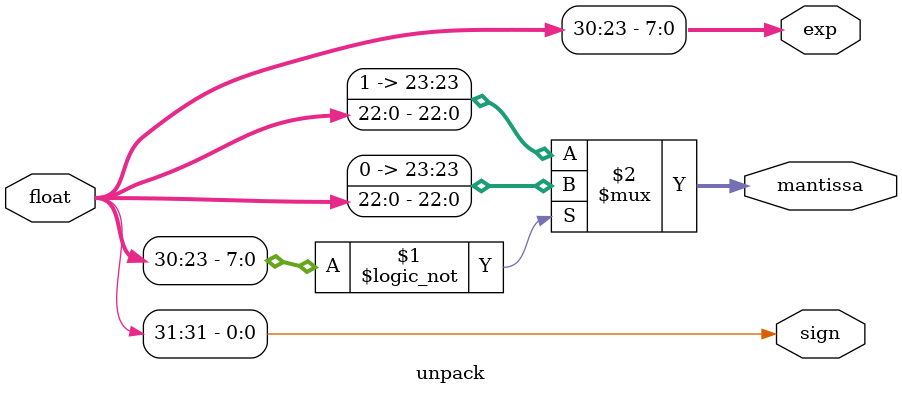
<source format=v>
module unpack (
    input  [31:0] float,
    output        sign,
    output [7:0]  exp,
    output [23:0] mantissa
);
    assign sign = float[31];
    assign exp = float[30:23];
    assign mantissa = (exp == 0) ? {1'b0, float[22:0]} : {1'b1, float[22:0]};
endmodule
</source>
